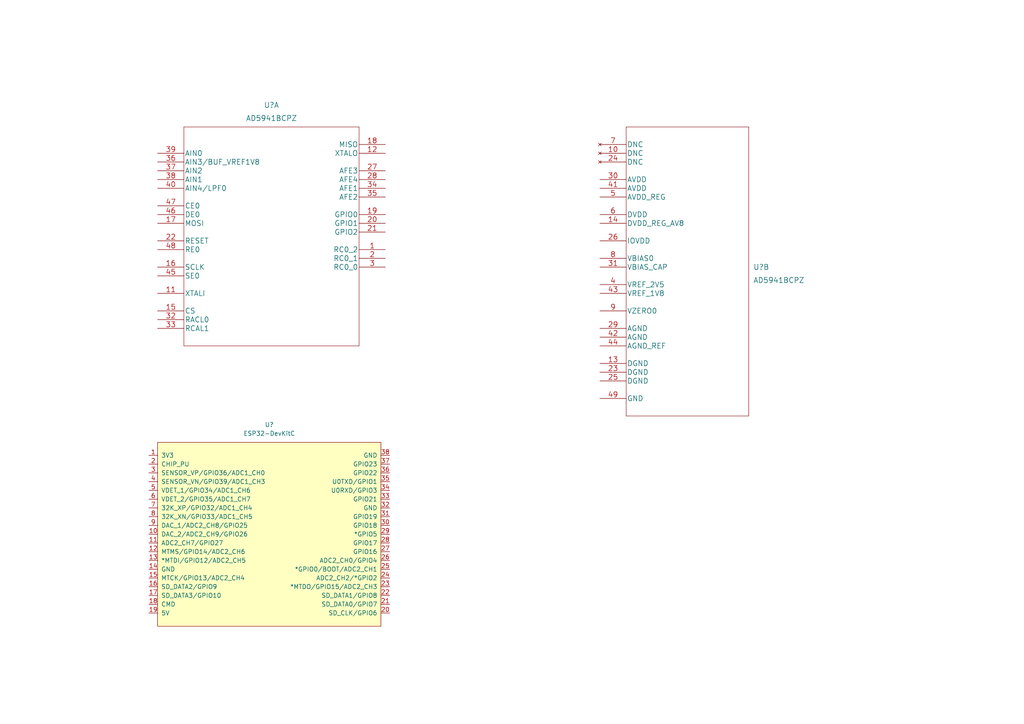
<source format=kicad_sch>
(kicad_sch (version 20211123) (generator eeschema)
  (paper "A4")
  (lib_symbols
    (symbol "2022-08-09_18-15-56:AD5941BCPZ" (pin_names (offset 0.254))
      (property "Reference" "U" (at 33.02 12.7 0))
      (property "Value" "AD5941BCPZ" (at 33.02 10.16 0))
      (symbol "AD5941BCPZ_1_1"
        (polyline (pts (xy 7.62 -55.88) (xy 58.42 -55.88)) (stroke (width 0.127)))
        (polyline (pts (xy 7.62 7.62) (xy 7.62 -55.88)) (stroke (width 0.127)))
        (polyline (pts (xy 58.42 -55.88) (xy 58.42 7.62)) (stroke (width 0.127)))
        (polyline (pts (xy 58.42 7.62) (xy 7.62 7.62)) (stroke (width 0.127)))
        (pin unspecified line (at 66.04 -27.94 180) (length 7.62) (name "RC0_2") (number "1"))
        (pin input line (at 0 -40.64 0) (length 7.62) (name "XTALI") (number "11"))
        (pin output line (at 66.04 0 180) (length 7.62) (name "XTALO") (number "12"))
        (pin bidirectional line (at 0 -45.72 0) (length 7.62) (name "CS") (number "15"))
        (pin input line (at 0 -33.02 0) (length 7.62) (name "SCLK") (number "16"))
        (pin input line (at 0 -20.32 0) (length 7.62) (name "MOSI") (number "17"))
        (pin output line (at 66.04 2.54 180) (length 7.62) (name "MISO") (number "18"))
        (pin bidirectional line (at 66.04 -17.78 180) (length 7.62) (name "GPIO0") (number "19"))
        (pin unspecified line (at 66.04 -30.48 180) (length 7.62) (name "RC0_1") (number "2"))
        (pin bidirectional line (at 66.04 -20.32 180) (length 7.62) (name "GPIO1") (number "20"))
        (pin bidirectional line (at 66.04 -22.86 180) (length 7.62) (name "GPIO2") (number "21"))
        (pin input line (at 0 -25.4 0) (length 7.62) (name "RESET") (number "22"))
        (pin bidirectional line (at 66.04 -5.08 180) (length 7.62) (name "AFE3") (number "27"))
        (pin bidirectional line (at 66.04 -7.62 180) (length 7.62) (name "AFE4") (number "28"))
        (pin unspecified line (at 66.04 -33.02 180) (length 7.62) (name "RC0_0") (number "3"))
        (pin unspecified line (at 0 -48.26 0) (length 7.62) (name "RACL0") (number "32"))
        (pin unspecified line (at 0 -50.8 0) (length 7.62) (name "RCAL1") (number "33"))
        (pin unspecified line (at 66.04 -10.16 180) (length 7.62) (name "AFE1") (number "34"))
        (pin unspecified line (at 66.04 -12.7 180) (length 7.62) (name "AFE2") (number "35"))
        (pin input line (at 0 -2.54 0) (length 7.62) (name "AIN3/BUF_VREF1V8") (number "36"))
        (pin input line (at 0 -5.08 0) (length 7.62) (name "AIN2") (number "37"))
        (pin input line (at 0 -7.62 0) (length 7.62) (name "AIN1") (number "38"))
        (pin input line (at 0 0 0) (length 7.62) (name "AIN0") (number "39"))
        (pin input line (at 0 -10.16 0) (length 7.62) (name "AIN4/LPF0") (number "40"))
        (pin input line (at 0 -35.56 0) (length 7.62) (name "SE0") (number "45"))
        (pin input line (at 0 -17.78 0) (length 7.62) (name "DE0") (number "46"))
        (pin input line (at 0 -15.24 0) (length 7.62) (name "CE0") (number "47"))
        (pin input line (at 0 -27.94 0) (length 7.62) (name "RE0") (number "48"))
      )
      (symbol "AD5941BCPZ_2_1"
        (polyline (pts (xy 7.62 -78.74) (xy 43.18 -78.74)) (stroke (width 0.127)))
        (polyline (pts (xy 7.62 5.08) (xy 7.62 -78.74)) (stroke (width 0.127)))
        (polyline (pts (xy 43.18 -78.74) (xy 43.18 5.08)) (stroke (width 0.127)))
        (polyline (pts (xy 43.18 5.08) (xy 7.62 5.08)) (stroke (width 0.127)))
        (pin no_connect line (at 0 -2.54 0) (length 7.62) (name "DNC") (number "10"))
        (pin power_in line (at 0 -63.5 0) (length 7.62) (name "DGND") (number "13"))
        (pin power_in line (at 0 -22.86 0) (length 7.62) (name "DVDD_REG_AV8") (number "14"))
        (pin power_in line (at 0 -66.04 0) (length 7.62) (name "DGND") (number "23"))
        (pin no_connect line (at 0 -5.08 0) (length 7.62) (name "DNC") (number "24"))
        (pin power_in line (at 0 -68.58 0) (length 7.62) (name "DGND") (number "25"))
        (pin power_in line (at 0 -27.94 0) (length 7.62) (name "IOVDD") (number "26"))
        (pin power_in line (at 0 -53.34 0) (length 7.62) (name "AGND") (number "29"))
        (pin power_in line (at 0 -10.16 0) (length 7.62) (name "AVDD") (number "30"))
        (pin power_in line (at 0 -35.56 0) (length 7.62) (name "VBIAS_CAP") (number "31"))
        (pin power_in line (at 0 -40.64 0) (length 7.62) (name "VREF_2V5") (number "4"))
        (pin power_in line (at 0 -12.7 0) (length 7.62) (name "AVDD") (number "41"))
        (pin power_in line (at 0 -55.88 0) (length 7.62) (name "AGND") (number "42"))
        (pin power_in line (at 0 -43.18 0) (length 7.62) (name "VREF_1V8") (number "43"))
        (pin power_in line (at 0 -58.42 0) (length 7.62) (name "AGND_REF") (number "44"))
        (pin power_in line (at 0 -73.66 0) (length 7.62) (name "GND") (number "49"))
        (pin power_in line (at 0 -15.24 0) (length 7.62) (name "AVDD_REG") (number "5"))
        (pin power_in line (at 0 -20.32 0) (length 7.62) (name "DVDD") (number "6"))
        (pin no_connect line (at 0 0 0) (length 7.62) (name "DNC") (number "7"))
        (pin power_in line (at 0 -33.02 0) (length 7.62) (name "VBIAS0") (number "8"))
        (pin power_in line (at 0 -48.26 0) (length 7.62) (name "VZERO0") (number "9"))
      )
    )
    (symbol "Espressif:ESP32-DevKitC" (pin_names (offset 1.016))
      (property "Reference" "U" (at -8.89 26.67 0))
      (property "Value" "ESP32-DevKitC" (at 0 -29.21 0))
      (symbol "ESP32-DevKitC_0_0"
        (pin power_in line (at -33.02 -11.43 0) (length 2.54) (name "GND") (number "14"))
        (pin power_in line (at -33.02 -24.13 0) (length 2.54) (name "5V") (number "19"))
      )
      (symbol "ESP32-DevKitC_0_1"
        (rectangle (start -30.48 25.4) (end 34.29 -27.94) (fill (type background)))
      )
      (symbol "ESP32-DevKitC_1_1"
        (pin power_in line (at -33.02 21.59 0) (length 2.54) (name "3V3") (number "1"))
        (pin bidirectional line (at -33.02 -1.27 0) (length 2.54) (name "DAC_2/ADC2_CH9/GPIO26") (number "10"))
        (pin bidirectional line (at -33.02 -3.81 0) (length 2.54) (name "ADC2_CH7/GPIO27") (number "11"))
        (pin bidirectional line (at -33.02 -6.35 0) (length 2.54) (name "MTMS/GPIO14/ADC2_CH6") (number "12"))
        (pin bidirectional line (at -33.02 -8.89 0) (length 2.54) (name "*MTDI/GPIO12/ADC2_CH5") (number "13"))
        (pin bidirectional line (at -33.02 -13.97 0) (length 2.54) (name "MTCK/GPIO13/ADC2_CH4") (number "15"))
        (pin bidirectional line (at -33.02 -16.51 0) (length 2.54) (name "SD_DATA2/GPIO9") (number "16"))
        (pin bidirectional line (at -33.02 -19.05 0) (length 2.54) (name "SD_DATA3/GPIO10") (number "17"))
        (pin bidirectional line (at -33.02 -21.59 0) (length 2.54) (name "CMD") (number "18"))
        (pin input line (at -33.02 19.05 0) (length 2.54) (name "CHIP_PU") (number "2"))
        (pin bidirectional line (at 36.83 -24.13 180) (length 2.54) (name "SD_CLK/GPIO6") (number "20"))
        (pin bidirectional line (at 36.83 -21.59 180) (length 2.54) (name "SD_DATA0/GPIO7") (number "21"))
        (pin bidirectional line (at 36.83 -19.05 180) (length 2.54) (name "SD_DATA1/GPIO8") (number "22"))
        (pin bidirectional line (at 36.83 -16.51 180) (length 2.54) (name "*MTDO/GPIO15/ADC2_CH3") (number "23"))
        (pin bidirectional line (at 36.83 -13.97 180) (length 2.54) (name "ADC2_CH2/*GPIO2") (number "24"))
        (pin bidirectional line (at 36.83 -11.43 180) (length 2.54) (name "*GPIO0/BOOT/ADC2_CH1") (number "25"))
        (pin bidirectional line (at 36.83 -8.89 180) (length 2.54) (name "ADC2_CH0/GPIO4") (number "26"))
        (pin bidirectional line (at 36.83 -6.35 180) (length 2.54) (name "GPIO16") (number "27"))
        (pin bidirectional line (at 36.83 -3.81 180) (length 2.54) (name "GPIO17") (number "28"))
        (pin bidirectional line (at 36.83 -1.27 180) (length 2.54) (name "*GPIO5") (number "29"))
        (pin input line (at -33.02 16.51 0) (length 2.54) (name "SENSOR_VP/GPIO36/ADC1_CH0") (number "3"))
        (pin bidirectional line (at 36.83 1.27 180) (length 2.54) (name "GPIO18") (number "30"))
        (pin bidirectional line (at 36.83 3.81 180) (length 2.54) (name "GPIO19") (number "31"))
        (pin power_in line (at 36.83 6.35 180) (length 2.54) (name "GND") (number "32"))
        (pin bidirectional line (at 36.83 8.89 180) (length 2.54) (name "GPIO21") (number "33"))
        (pin bidirectional line (at 36.83 11.43 180) (length 2.54) (name "U0RXD/GPIO3") (number "34"))
        (pin bidirectional line (at 36.83 13.97 180) (length 2.54) (name "U0TXD/GPIO1") (number "35"))
        (pin bidirectional line (at 36.83 16.51 180) (length 2.54) (name "GPIO22") (number "36"))
        (pin bidirectional line (at 36.83 19.05 180) (length 2.54) (name "GPIO23") (number "37"))
        (pin power_in line (at 36.83 21.59 180) (length 2.54) (name "GND") (number "38"))
        (pin input line (at -33.02 13.97 0) (length 2.54) (name "SENSOR_VN/GPIO39/ADC1_CH3") (number "4"))
        (pin input line (at -33.02 11.43 0) (length 2.54) (name "VDET_1/GPIO34/ADC1_CH6") (number "5"))
        (pin input line (at -33.02 8.89 0) (length 2.54) (name "VDET_2/GPIO35/ADC1_CH7") (number "6"))
        (pin bidirectional line (at -33.02 6.35 0) (length 2.54) (name "32K_XP/GPIO32/ADC1_CH4") (number "7"))
        (pin bidirectional line (at -33.02 3.81 0) (length 2.54) (name "32K_XN/GPIO33/ADC1_CH5") (number "8"))
        (pin bidirectional line (at -33.02 1.27 0) (length 2.54) (name "DAC_1/ADC2_CH8/GPIO25") (number "9"))
      )
    )
  )
  (symbol (lib_id "2022-08-09_18-15-56:AD5941BCPZ") (at 45.72 44.45 0) (unit 1)
    (property "Reference" "U?" (at 78.74 30.48 0) (effects (font (size 1.524 1.524))))
    (property "Value" "AD5941BCPZ" (at 78.74 34.29 0) (effects (font (size 1.524 1.524))))
    (property "Footprint" "CP-48-4_ADI" (effects hide))
  )
  (symbol (lib_id "Espressif:ESP32-DevKitC") (at 76.2 153.67 0) (unit 1)
    (property "Reference" "U?" (at 78.105 123.19 0))
    (property "Value" "ESP32-DevKitC" (at 78.105 125.73 0))
    (property "Footprint" "Espressif:ESP32-DevKitC" (effects hide))
    (property "Datasheet" "https://docs.espressif.com/projects/esp-idf/zh_CN/latest/esp32/hw-reference/esp32/get-started-devkitc.html" (effects hide))
  )
  (symbol (lib_id "2022-08-09_18-15-56:AD5941BCPZ") (at 173.99 41.91 0) (unit 2)
    (property "Reference" "U?" (at 218.44 77.47 0) (effects (font (size 1.524 1.524)) (justify left)))
    (property "Value" "AD5941BCPZ" (at 218.44 81.28 0) (effects (font (size 1.524 1.524)) (justify left)))
    (property "Footprint" "CP-48-4_ADI" (effects hide))
  )
)
</source>
